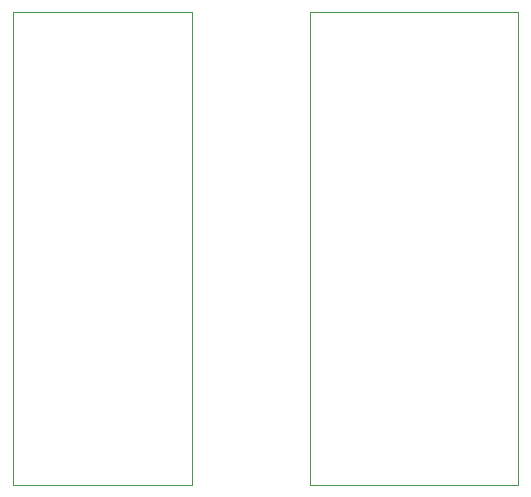
<source format=gm1>
G04 #@! TF.GenerationSoftware,KiCad,Pcbnew,(6.0.1)*
G04 #@! TF.CreationDate,2022-07-04T23:19:22-07:00*
G04 #@! TF.ProjectId,mu100-dit,6d753130-302d-4646-9974-2e6b69636164,rev?*
G04 #@! TF.SameCoordinates,Original*
G04 #@! TF.FileFunction,Profile,NP*
%FSLAX46Y46*%
G04 Gerber Fmt 4.6, Leading zero omitted, Abs format (unit mm)*
G04 Created by KiCad (PCBNEW (6.0.1)) date 2022-07-04 23:19:22*
%MOMM*%
%LPD*%
G01*
G04 APERTURE LIST*
G04 #@! TA.AperFunction,Profile*
%ADD10C,0.100000*%
G04 #@! TD*
G04 APERTURE END LIST*
D10*
X67750000Y-119952000D02*
X52597600Y-119952000D01*
X52597600Y-119952000D02*
X52597600Y-79952000D01*
X52597600Y-79952000D02*
X67750000Y-79952000D01*
X67750000Y-79952000D02*
X67750000Y-119952000D01*
X77750000Y-79952000D02*
X95350000Y-79952000D01*
X95350000Y-79952000D02*
X95350000Y-119952000D01*
X95350000Y-119952000D02*
X77750000Y-119952000D01*
X77750000Y-119952000D02*
X77750000Y-79952000D01*
M02*

</source>
